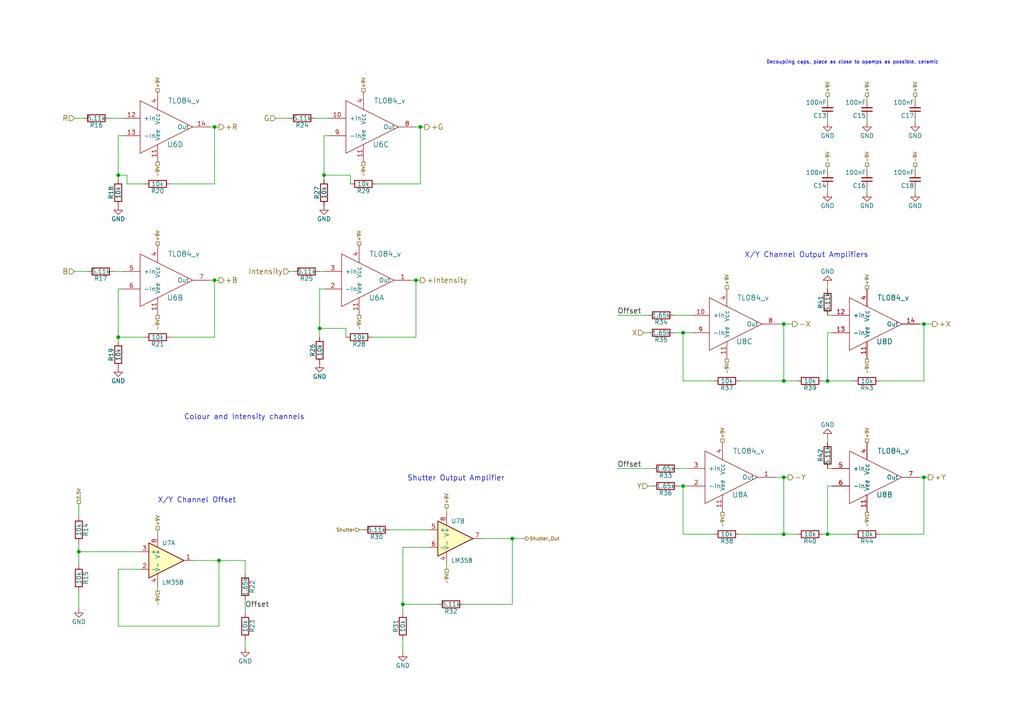
<source format=kicad_sch>
(kicad_sch (version 20231120) (generator "eeschema") (generator_version "8.0")
  (paper "A4")
  (title_block (title "Amplifiers") (rev "A"))
  (lib_symbols
    (symbol "Helios-rescue:C_Small" (pin_numbers hide) (pin_names (offset 0.254) hide)
      (property "Reference" "C" (at 0.254 1.778 0))
      (property "Value" "C_Small" (at 0.254 -2.032 0))
      (symbol "C_Small_0_1"
        (polyline (pts (xy -1.524 -0.508) (xy 1.524 -0.508)) (stroke (width 0.3302)))
        (polyline (pts (xy -1.524 0.508) (xy 1.524 0.508)) (stroke (width 0.3048)))
      )
      (symbol "C_Small_1_1"
        (pin passive line (at 0 2.54 270) (length 2.032) (name "~") (number "1"))
        (pin passive line (at 0 -2.54 90) (length 2.032) (name "~") (number "2"))
      )
    )
    (symbol "Helios-rescue:GND" (power) (pin_names (offset 0))
      (property "Value" "GND" (at 0 -3.81 0))
      (symbol "GND_0_1"
        (polyline (pts (xy 0 0) (xy 0 -1.27) (xy 1.27 -1.27) (xy 0 -2.54) (xy -1.27 -1.27) (xy 0 -1.27)))
      )
      (symbol "GND_1_1"
        (pin power_in line (at 0 0 270) (length 0) hide (name "GND") (number "1"))
      )
    )
    (symbol "Helios-rescue:LM358"
      (property "Reference" "U" (at 0 5.08 0))
      (property "Value" "LM358" (at 0 -5.08 0))
      (symbol "LM358_0_1"
        (polyline (pts (xy -5.08 5.08) (xy 5.08 0) (xy -5.08 -5.08) (xy -5.08 5.08)) (stroke (width 0.254)) (fill (type background)))
        (pin power_in line (at -2.54 -7.62 90) (length 3.81) (name "V-") (number "4"))
        (pin power_in line (at -2.54 7.62 270) (length 3.81) (name "V+") (number "8"))
      )
      (symbol "LM358_1_1"
        (pin output line (at 7.62 0 180) (length 2.54) (name "~") (number "1"))
        (pin input line (at -7.62 -2.54 0) (length 2.54) (name "-") (number "2"))
        (pin input line (at -7.62 2.54 0) (length 2.54) (name "+") (number "3"))
      )
      (symbol "LM358_2_1"
        (pin input line (at -7.62 2.54 0) (length 2.54) (name "+") (number "5"))
        (pin input line (at -7.62 -2.54 0) (length 2.54) (name "-") (number "6"))
        (pin output line (at 7.62 0 180) (length 2.54) (name "~") (number "7"))
      )
    )
    (symbol "Helios-rescue:R" (pin_numbers hide) (pin_names (offset 0))
      (property "Reference" "R" (at 2.032 0 90))
      (property "Value" "R" (at 0 0 90))
      (symbol "R_0_1"
        (rectangle (start -1.016 -2.54) (end 1.016 2.54) (stroke (width 0.254)))
      )
      (symbol "R_1_1"
        (pin passive line (at 0 3.81 270) (length 1.27) (name "~") (number "1"))
        (pin passive line (at 0 -3.81 90) (length 1.27) (name "~") (number "2"))
      )
    )
    (symbol "Personal-library:TL084_v" (pin_names (offset 1.016))
      (property "Reference" "U" (at 6.35 -5.08 0))
      (property "Value" "TL084_v" (at 8.89 7.62 0))
      (symbol "TL084_v_0_1"
        (polyline (pts (xy -3.81 7.62) (xy -3.81 -7.62) (xy 11.43 0) (xy -3.81 7.62)))
        (pin power_in line (at 1.27 -10.16 90) (length 5.08) (name "Vee") (number "11"))
        (pin power_in line (at 1.27 10.16 270) (length 5.08) (name "Vcc") (number "4"))
      )
      (symbol "TL084_v_1_1"
        (pin output line (at 16.51 0 180) (length 5.08) (name "Out") (number "1"))
        (pin input line (at -8.89 -2.54 0) (length 5.08) (name "-In") (number "2"))
        (pin input line (at -8.89 2.54 0) (length 5.08) (name "+In") (number "3"))
      )
      (symbol "TL084_v_2_1"
        (pin input line (at -8.89 2.54 0) (length 5.08) (name "+In") (number "5"))
        (pin input line (at -8.89 -2.54 0) (length 5.08) (name "-In") (number "6"))
        (pin output line (at 16.51 0 180) (length 5.08) (name "Out") (number "7"))
      )
      (symbol "TL084_v_3_1"
        (pin input line (at -8.89 2.54 0) (length 5.08) (name "+In") (number "10"))
        (pin output line (at 16.51 0 180) (length 5.08) (name "Out") (number "8"))
        (pin input line (at -8.89 -2.54 0) (length 5.08) (name "-In") (number "9"))
      )
      (symbol "TL084_v_4_1"
        (pin input line (at -8.89 2.54 0) (length 5.08) (name "+In") (number "12"))
        (pin input line (at -8.89 -2.54 0) (length 5.08) (name "-In") (number "13"))
        (pin output line (at 16.51 0 180) (length 5.08) (name "Out") (number "14"))
      )
    )
  )
  (junction (at 63.5 162.56))
  (junction (at 227.33 110.49))
  (junction (at 34.29 50.8))
  (junction (at 62.23 36.83))
  (junction (at 62.23 81.28))
  (junction (at 227.33 154.94))
  (junction (at 121.92 36.83))
  (junction (at 227.33 138.43))
  (junction (at 93.98 50.8))
  (junction (at 240.03 110.49))
  (junction (at 116.84 175.26))
  (junction (at 120.65 81.28))
  (junction (at 198.12 140.97))
  (junction (at 240.03 154.94))
  (junction (at 267.97 93.98))
  (junction (at 22.86 160.02))
  (junction (at 227.33 93.98))
  (junction (at 267.97 138.43))
  (junction (at 198.12 96.52))
  (junction (at 34.29 97.79))
  (junction (at 148.59 156.21))
  (junction (at 92.71 95.25))
  (wire (pts (xy 265.43 27.94) (xy 265.43 29.21)))
  (wire (pts (xy 227.33 93.98) (xy 226.06 93.98)))
  (wire (pts (xy 41.91 97.79) (xy 34.29 97.79)))
  (wire (pts (xy 129.54 165.1) (xy 129.54 163.83)))
  (wire (pts (xy 93.98 50.8) (xy 93.98 52.07)))
  (wire (pts (xy 195.58 91.44) (xy 200.66 91.44)))
  (wire (pts (xy 21.59 34.29) (xy 24.13 34.29)))
  (wire (pts (xy 240.03 54.61) (xy 240.03 55.88)))
  (wire (pts (xy 116.84 189.23) (xy 116.84 185.42)))
  (wire (pts (xy 49.53 97.79) (xy 62.23 97.79)))
  (wire (pts (xy 116.84 158.75) (xy 116.84 175.26)))
  (wire (pts (xy 198.12 96.52) (xy 198.12 110.49)))
  (wire (pts (xy 240.03 96.52) (xy 240.03 110.49)))
  (wire (pts (xy 240.03 27.94) (xy 240.03 29.21)))
  (wire (pts (xy 93.98 39.37) (xy 93.98 50.8)))
  (wire (pts (xy 92.71 83.82) (xy 93.98 83.82)))
  (wire (pts (xy 265.43 48.26) (xy 265.43 49.53)))
  (wire (pts (xy 22.86 171.45) (xy 22.86 176.53)))
  (wire (pts (xy 240.03 135.89) (xy 241.3 135.89)))
  (wire (pts (xy 83.82 78.74) (xy 85.09 78.74)))
  (wire (pts (xy 240.03 48.26) (xy 240.03 49.53)))
  (wire (pts (xy 63.5 162.56) (xy 63.5 181.61)))
  (wire (pts (xy 34.29 97.79) (xy 34.29 99.06)))
  (wire (pts (xy 187.96 91.44) (xy 179.07 91.44)))
  (wire (pts (xy 214.63 154.94) (xy 227.33 154.94)))
  (wire (pts (xy 214.63 110.49) (xy 227.33 110.49)))
  (wire (pts (xy 120.65 36.83) (xy 121.92 36.83)))
  (wire (pts (xy 62.23 53.34) (xy 62.23 36.83)))
  (wire (pts (xy 31.75 34.29) (xy 35.56 34.29)))
  (wire (pts (xy 267.97 93.98) (xy 270.51 93.98)))
  (wire (pts (xy 139.7 156.21) (xy 148.59 156.21)))
  (wire (pts (xy 240.03 82.55) (xy 240.03 83.82)))
  (wire (pts (xy 60.96 36.83) (xy 62.23 36.83)))
  (wire (pts (xy 101.6 50.8) (xy 93.98 50.8)))
  (wire (pts (xy 198.12 110.49) (xy 207.01 110.49)))
  (wire (pts (xy 121.92 36.83) (xy 121.92 53.34)))
  (wire (pts (xy 120.65 81.28) (xy 121.92 81.28)))
  (wire (pts (xy 227.33 93.98) (xy 227.33 110.49)))
  (wire (pts (xy 255.27 154.94) (xy 267.97 154.94)))
  (wire (pts (xy 100.33 95.25) (xy 92.71 95.25)))
  (wire (pts (xy 265.43 54.61) (xy 265.43 55.88)))
  (wire (pts (xy 240.03 110.49) (xy 247.65 110.49)))
  (wire (pts (xy 62.23 81.28) (xy 63.5 81.28)))
  (wire (pts (xy 60.96 81.28) (xy 62.23 81.28)))
  (wire (pts (xy 196.85 140.97) (xy 198.12 140.97)))
  (wire (pts (xy 240.03 140.97) (xy 240.03 154.94)))
  (wire (pts (xy 224.79 138.43) (xy 227.33 138.43)))
  (wire (pts (xy 92.71 78.74) (xy 93.98 78.74)))
  (wire (pts (xy 189.23 140.97) (xy 187.96 140.97)))
  (wire (pts (xy 238.76 110.49) (xy 240.03 110.49)))
  (wire (pts (xy 148.59 156.21) (xy 152.4 156.21)))
  (wire (pts (xy 121.92 53.34) (xy 109.22 53.34)))
  (wire (pts (xy 241.3 96.52) (xy 240.03 96.52)))
  (wire (pts (xy 240.03 127) (xy 240.03 128.27)))
  (wire (pts (xy 116.84 175.26) (xy 127 175.26)))
  (wire (pts (xy 34.29 50.8) (xy 34.29 52.07)))
  (wire (pts (xy 63.5 162.56) (xy 71.12 162.56)))
  (wire (pts (xy 229.87 93.98) (xy 227.33 93.98)))
  (wire (pts (xy 34.29 39.37) (xy 35.56 39.37)))
  (wire (pts (xy 266.7 93.98) (xy 267.97 93.98)))
  (wire (pts (xy 92.71 95.25) (xy 92.71 97.79)))
  (wire (pts (xy 116.84 175.26) (xy 116.84 177.8)))
  (wire (pts (xy 45.72 171.45) (xy 45.72 170.18)))
  (wire (pts (xy 121.92 36.83) (xy 123.19 36.83)))
  (wire (pts (xy 100.33 97.79) (xy 100.33 95.25)))
  (wire (pts (xy 113.03 153.67) (xy 124.46 153.67)))
  (wire (pts (xy 34.29 83.82) (xy 35.56 83.82)))
  (wire (pts (xy 34.29 39.37) (xy 34.29 50.8)))
  (wire (pts (xy 55.88 162.56) (xy 63.5 162.56)))
  (wire (pts (xy 36.83 53.34) (xy 36.83 50.8)))
  (wire (pts (xy 49.53 53.34) (xy 62.23 53.34)))
  (wire (pts (xy 119.38 81.28) (xy 120.65 81.28)))
  (wire (pts (xy 189.23 135.89) (xy 179.07 135.89)))
  (wire (pts (xy 71.12 187.96) (xy 71.12 185.42)))
  (wire (pts (xy 267.97 154.94) (xy 267.97 138.43)))
  (wire (pts (xy 107.95 97.79) (xy 120.65 97.79)))
  (wire (pts (xy 227.33 138.43) (xy 228.6 138.43)))
  (wire (pts (xy 22.86 157.48) (xy 22.86 160.02)))
  (wire (pts (xy 62.23 97.79) (xy 62.23 81.28)))
  (wire (pts (xy 148.59 156.21) (xy 148.59 175.26)))
  (wire (pts (xy 148.59 175.26) (xy 134.62 175.26)))
  (wire (pts (xy 198.12 140.97) (xy 198.12 154.94)))
  (wire (pts (xy 267.97 110.49) (xy 267.97 93.98)))
  (wire (pts (xy 21.59 78.74) (xy 25.4 78.74)))
  (wire (pts (xy 91.44 34.29) (xy 95.25 34.29)))
  (wire (pts (xy 71.12 162.56) (xy 71.12 166.37)))
  (wire (pts (xy 251.46 48.26) (xy 251.46 49.53)))
  (wire (pts (xy 265.43 34.29) (xy 265.43 35.56)))
  (wire (pts (xy 92.71 83.82) (xy 92.71 95.25)))
  (wire (pts (xy 238.76 154.94) (xy 240.03 154.94)))
  (wire (pts (xy 195.58 96.52) (xy 198.12 96.52)))
  (wire (pts (xy 266.7 138.43) (xy 267.97 138.43)))
  (wire (pts (xy 251.46 54.61) (xy 251.46 55.88)))
  (wire (pts (xy 186.69 96.52) (xy 187.96 96.52)))
  (wire (pts (xy 227.33 110.49) (xy 231.14 110.49)))
  (wire (pts (xy 267.97 138.43) (xy 269.24 138.43)))
  (wire (pts (xy 255.27 110.49) (xy 267.97 110.49)))
  (wire (pts (xy 198.12 154.94) (xy 207.01 154.94)))
  (wire (pts (xy 22.86 160.02) (xy 22.86 163.83)))
  (wire (pts (xy 80.01 34.29) (xy 83.82 34.29)))
  (wire (pts (xy 251.46 34.29) (xy 251.46 35.56)))
  (wire (pts (xy 240.03 154.94) (xy 247.65 154.94)))
  (wire (pts (xy 41.91 53.34) (xy 36.83 53.34)))
  (wire (pts (xy 34.29 83.82) (xy 34.29 97.79)))
  (wire (pts (xy 227.33 154.94) (xy 231.14 154.94)))
  (wire (pts (xy 198.12 140.97) (xy 199.39 140.97)))
  (wire (pts (xy 240.03 91.44) (xy 241.3 91.44)))
  (wire (pts (xy 22.86 146.05) (xy 22.86 149.86)))
  (wire (pts (xy 251.46 27.94) (xy 251.46 29.21)))
  (wire (pts (xy 22.86 160.02) (xy 40.64 160.02)))
  (wire (pts (xy 199.39 135.89) (xy 196.85 135.89)))
  (wire (pts (xy 129.54 148.59) (xy 129.54 147.32)))
  (wire (pts (xy 34.29 165.1) (xy 34.29 181.61)))
  (wire (pts (xy 101.6 53.34) (xy 101.6 50.8)))
  (wire (pts (xy 36.83 50.8) (xy 34.29 50.8)))
  (wire (pts (xy 116.84 158.75) (xy 124.46 158.75)))
  (wire (pts (xy 63.5 181.61) (xy 34.29 181.61)))
  (wire (pts (xy 45.72 153.67) (xy 45.72 154.94)))
  (wire (pts (xy 227.33 138.43) (xy 227.33 154.94)))
  (wire (pts (xy 33.02 78.74) (xy 35.56 78.74)))
  (wire (pts (xy 240.03 140.97) (xy 241.3 140.97)))
  (wire (pts (xy 71.12 177.8) (xy 71.12 173.99)))
  (wire (pts (xy 93.98 39.37) (xy 95.25 39.37)))
  (wire (pts (xy 34.29 165.1) (xy 40.64 165.1)))
  (wire (pts (xy 120.65 97.79) (xy 120.65 81.28)))
  (wire (pts (xy 198.12 96.52) (xy 200.66 96.52)))
  (wire (pts (xy 105.41 153.67) (xy 104.14 153.67)))
  (wire (pts (xy 240.03 34.29) (xy 240.03 35.56)))
  (wire (pts (xy 62.23 36.83) (xy 63.5 36.83)))
  (text "Colour and Intensity channels\n" (at 53.34 121.92 0) (effects (font (size 1.524 1.524)) (justify left bottom)))
  (text "Shutter Output Amplifier\n" (at 118.11 139.7 0) (effects (font (size 1.524 1.524)) (justify left bottom)))
  (text "X/Y Channel Output Amplifiers\n" (at 215.9 74.93 0) (effects (font (size 1.524 1.524)) (justify left bottom)))
  (text "X/Y Channel Offset \n" (at 45.72 146.05 0) (effects (font (size 1.524 1.524)) (justify left bottom)))
  (text "Decoupling caps, place as close to opamps as possible. ceramic\n\n" (at 222.25 20.32 0) (effects (font (size 0.9906 0.9906)) (justify left bottom)))
  (label "Offset" (at 71.12 176.53 0) (effects (font (size 1.524 1.524))))
  (label "Offset" (at 179.07 135.89 0) (effects (font (size 1.524 1.524))))
  (label "Offset" (at 179.07 91.44 0) (effects (font (size 1.524 1.524))))
  (hierarchical_label "+9V" (shape passive) (at 45.72 71.12 90) (effects (font (size 0.9906 0.9906))))
  (hierarchical_label "+Y" (shape output) (at 269.24 138.43 0) (effects (font (size 1.5494 1.5494))))
  (hierarchical_label "+B" (shape output) (at 63.5 81.28 0) (effects (font (size 1.5494 1.5494))))
  (hierarchical_label "-9V" (shape passive) (at 240.03 48.26 90) (effects (font (size 0.9906 0.9906))))
  (hierarchical_label "Intensity" (shape input) (at 83.82 78.74 180) (effects (font (size 1.5494 1.5494))))
  (hierarchical_label "Y" (shape input) (at 187.96 140.97 180) (effects (font (size 1.5494 1.5494))))
  (hierarchical_label "-9V" (shape passive) (at 251.46 104.14 270) (effects (font (size 0.9906 0.9906))))
  (hierarchical_label "B" (shape input) (at 21.59 78.74 180) (effects (font (size 1.5494 1.5494))))
  (hierarchical_label "Shutter_Out" (shape output) (at 152.4 156.21 0) (effects (font (size 0.9906 0.9906))))
  (hierarchical_label "+9V" (shape passive) (at 129.54 147.32 90) (effects (font (size 0.9906 0.9906))))
  (hierarchical_label "-9V" (shape passive) (at 105.41 46.99 270) (effects (font (size 0.9906 0.9906))))
  (hierarchical_label "+9V" (shape passive) (at 45.72 153.67 90) (effects (font (size 0.9906 0.9906))))
  (hierarchical_label "-9V" (shape passive) (at 210.82 104.14 270) (effects (font (size 0.9906 0.9906))))
  (hierarchical_label "-9V" (shape passive) (at 265.43 48.26 90) (effects (font (size 0.9906 0.9906))))
  (hierarchical_label "-9V" (shape passive) (at 45.72 171.45 270) (effects (font (size 0.9906 0.9906))))
  (hierarchical_label "+Intensity" (shape output) (at 121.92 81.28 0) (effects (font (size 1.5494 1.5494))))
  (hierarchical_label "+9V" (shape passive) (at 251.46 128.27 90) (effects (font (size 0.9906 0.9906))))
  (hierarchical_label "+9V" (shape passive) (at 240.03 27.94 90) (effects (font (size 0.9906 0.9906))))
  (hierarchical_label "+9V" (shape passive) (at 45.72 26.67 90) (effects (font (size 0.9906 0.9906))))
  (hierarchical_label "-9V" (shape passive) (at 104.14 91.44 270) (effects (font (size 0.9906 0.9906))))
  (hierarchical_label "-9V" (shape passive) (at 251.46 48.26 90) (effects (font (size 0.9906 0.9906))))
  (hierarchical_label "R" (shape input) (at 21.59 34.29 180) (effects (font (size 1.5494 1.5494))))
  (hierarchical_label "-9V" (shape passive) (at 129.54 165.1 270) (effects (font (size 0.9906 0.9906))))
  (hierarchical_label "-9V" (shape passive) (at 45.72 46.99 270) (effects (font (size 0.9906 0.9906))))
  (hierarchical_label "G" (shape input) (at 80.01 34.29 180) (effects (font (size 1.5494 1.5494))))
  (hierarchical_label "2.5V" (shape passive) (at 22.86 146.05 90) (effects (font (size 0.9906 0.9906))))
  (hierarchical_label "-9V" (shape passive) (at 209.55 148.59 270) (effects (font (size 0.9906 0.9906))))
  (hierarchical_label "+X" (shape output) (at 270.51 93.98 0) (effects (font (size 1.5494 1.5494))))
  (hierarchical_label "-Y" (shape output) (at 228.6 138.43 0) (effects (font (size 1.5494 1.5494))))
  (hierarchical_label "+9V" (shape passive) (at 251.46 27.94 90) (effects (font (size 0.9906 0.9906))))
  (hierarchical_label "+9V" (shape passive) (at 209.55 128.27 90) (effects (font (size 0.9906 0.9906))))
  (hierarchical_label "-X" (shape output) (at 229.87 93.98 0) (effects (font (size 1.5494 1.5494))))
  (hierarchical_label "+9V" (shape passive) (at 265.43 27.94 90) (effects (font (size 0.9906 0.9906))))
  (hierarchical_label "+R" (shape output) (at 63.5 36.83 0) (effects (font (size 1.5494 1.5494))))
  (hierarchical_label "-9V" (shape passive) (at 251.46 148.59 270) (effects (font (size 0.9906 0.9906))))
  (hierarchical_label "+9V" (shape passive) (at 104.14 71.12 90) (effects (font (size 0.9906 0.9906))))
  (hierarchical_label "-9V" (shape passive) (at 45.72 91.44 270) (effects (font (size 0.9906 0.9906))))
  (hierarchical_label "Shutter" (shape input) (at 104.14 153.67 180) (effects (font (size 0.9906 0.9906))))
  (hierarchical_label "+9V" (shape passive) (at 105.41 26.67 90) (effects (font (size 0.9906 0.9906))))
  (hierarchical_label "+G" (shape output) (at 123.19 36.83 0) (effects (font (size 1.5494 1.5494))))
  (hierarchical_label "+9V" (shape passive) (at 210.82 83.82 90) (effects (font (size 0.9906 0.9906))))
  (hierarchical_label "+9V" (shape passive) (at 251.46 83.82 90) (effects (font (size 0.9906 0.9906))))
  (hierarchical_label "X" (shape input) (at 186.69 96.52 180) (effects (font (size 1.5494 1.5494))))
  (symbol (lib_id "Helios-rescue:R") (at 22.86 153.67 0) (unit 1)
    (property "Reference" "R14" (at 24.892 153.67 90))
    (property "Value" "10k" (at 22.86 153.67 90))
    (property "Footprint" "Resistors_SMD:R_0603" (effects (hide yes)))
  )
  (symbol (lib_id "Helios-rescue:R") (at 22.86 167.64 0) (unit 1)
    (property "Reference" "R15" (at 24.892 167.64 90))
    (property "Value" "10k" (at 22.86 167.64 90))
    (property "Footprint" "Resistors_SMD:R_0603" (effects (hide yes)))
  )
  (symbol (lib_id "Helios-rescue:GND") (at 22.86 176.53 0) (unit 1)
    (property "Reference" "#PWR018" (effects (hide yes)))
    (property "Value" "GND" (at 22.86 180.34 0))
  )
  (symbol (lib_id "Helios-rescue:R") (at 130.81 175.26 270) (unit 1)
    (property "Reference" "R32" (at 130.81 177.292 90))
    (property "Value" "5.11k" (at 130.81 175.26 90))
    (property "Footprint" "Resistors_SMD:R_0603" (effects (hide yes)))
  )
  (symbol (lib_id "Helios-rescue:R") (at 116.84 181.61 180) (unit 1)
    (property "Reference" "R31" (at 114.808 181.61 90))
    (property "Value" "10k" (at 116.84 181.61 90))
    (property "Footprint" "Resistors_SMD:R_0603" (effects (hide yes)))
  )
  (symbol (lib_id "Helios-rescue:GND") (at 116.84 189.23 0) (unit 1)
    (property "Reference" "#PWR019" (effects (hide yes)))
    (property "Value" "GND" (at 116.84 193.04 0))
  )
  (symbol (lib_id "Personal-library:TL084_v") (at 208.28 138.43 0) (unit 1)
    (property "Reference" "U8" (at 214.63 143.51 0) (effects (font (size 1.524 1.524))))
    (property "Value" "TL084_v" (at 217.17 130.81 0) (effects (font (size 1.524 1.524))))
    (property "Footprint" "personal:TSSOP-14_4.4x5mm_Pitch0.65mm" (effects (hide yes)))
  )
  (symbol (lib_id "Personal-library:TL084_v") (at 250.19 138.43 0) (unit 2)
    (property "Reference" "U8" (at 256.54 143.51 0) (effects (font (size 1.524 1.524))))
    (property "Value" "TL084_v" (at 259.08 130.81 0) (effects (font (size 1.524 1.524))))
    (property "Footprint" "personal:TSSOP-14_4.4x5mm_Pitch0.65mm" (effects (hide yes)))
  )
  (symbol (lib_id "Personal-library:TL084_v") (at 250.19 93.98 0) (unit 4)
    (property "Reference" "U8" (at 256.54 99.06 0) (effects (font (size 1.524 1.524))))
    (property "Value" "TL084_v" (at 259.08 86.36 0) (effects (font (size 1.524 1.524))))
    (property "Footprint" "personal:TSSOP-14_4.4x5mm_Pitch0.65mm" (effects (hide yes)))
  )
  (symbol (lib_id "Personal-library:TL084_v") (at 209.55 93.98 0) (unit 3)
    (property "Reference" "U8" (at 215.9 99.06 0) (effects (font (size 1.524 1.524))))
    (property "Value" "TL084_v" (at 218.44 86.36 0) (effects (font (size 1.524 1.524))))
    (property "Footprint" "personal:TSSOP-14_4.4x5mm_Pitch0.65mm" (effects (hide yes)))
  )
  (symbol (lib_id "Helios-rescue:R") (at 71.12 170.18 0) (unit 1)
    (property "Reference" "R22" (at 73.152 170.18 90))
    (property "Value" "1.65k" (at 71.12 170.18 90))
    (property "Footprint" "Resistors_SMD:R_0603" (effects (hide yes)))
  )
  (symbol (lib_id "Helios-rescue:R") (at 71.12 181.61 0) (unit 1)
    (property "Reference" "R23" (at 73.152 181.61 90))
    (property "Value" "10k" (at 71.12 181.61 90))
    (property "Footprint" "Resistors_SMD:R_0603" (effects (hide yes)))
  )
  (symbol (lib_id "Helios-rescue:GND") (at 71.12 187.96 0) (unit 1)
    (property "Reference" "#PWR020" (effects (hide yes)))
    (property "Value" "GND" (at 71.12 191.77 0))
  )
  (symbol (lib_id "Helios-rescue:R") (at 191.77 96.52 270) (unit 1)
    (property "Reference" "R35" (at 191.77 98.552 90))
    (property "Value" "1.65k" (at 191.77 96.52 90))
    (property "Footprint" "Resistors_SMD:R_0603" (effects (hide yes)))
  )
  (symbol (lib_id "Helios-rescue:R") (at 210.82 110.49 270) (unit 1)
    (property "Reference" "R37" (at 210.82 112.522 90))
    (property "Value" "10k" (at 210.82 110.49 90))
    (property "Footprint" "Resistors_SMD:R_0603" (effects (hide yes)))
  )
  (symbol (lib_id "Helios-rescue:R") (at 234.95 110.49 270) (unit 1)
    (property "Reference" "R39" (at 234.95 112.522 90))
    (property "Value" "10k" (at 234.95 110.49 90))
    (property "Footprint" "Resistors_SMD:R_0603" (effects (hide yes)))
  )
  (symbol (lib_id "Helios-rescue:R") (at 251.46 110.49 270) (unit 1)
    (property "Reference" "R43" (at 251.46 112.522 90))
    (property "Value" "10k" (at 251.46 110.49 90))
    (property "Footprint" "Resistors_SMD:R_0603" (effects (hide yes)))
  )
  (symbol (lib_id "Helios-rescue:R") (at 210.82 154.94 270) (unit 1)
    (property "Reference" "R38" (at 210.82 156.972 90))
    (property "Value" "10k" (at 210.82 154.94 90))
    (property "Footprint" "Resistors_SMD:R_0603" (effects (hide yes)))
  )
  (symbol (lib_id "Helios-rescue:R") (at 234.95 154.94 270) (unit 1)
    (property "Reference" "R40" (at 234.95 156.972 90))
    (property "Value" "10k" (at 234.95 154.94 90))
    (property "Footprint" "Resistors_SMD:R_0603" (effects (hide yes)))
  )
  (symbol (lib_id "Helios-rescue:R") (at 251.46 154.94 270) (unit 1)
    (property "Reference" "R44" (at 251.46 156.972 90))
    (property "Value" "10k" (at 251.46 154.94 90))
    (property "Footprint" "Resistors_SMD:R_0603" (effects (hide yes)))
  )
  (symbol (lib_id "Helios-rescue:R") (at 193.04 140.97 270) (unit 1)
    (property "Reference" "R36" (at 193.04 143.002 90))
    (property "Value" "1.65k" (at 193.04 140.97 90))
    (property "Footprint" "Resistors_SMD:R_0603" (effects (hide yes)))
  )
  (symbol (lib_id "Helios-rescue:GND") (at 240.03 127 180) (unit 1)
    (property "Reference" "#PWR021" (effects (hide yes)))
    (property "Value" "GND" (at 240.03 123.19 0))
  )
  (symbol (lib_id "Helios-rescue:GND") (at 34.29 59.69 0) (unit 1)
    (property "Reference" "#PWR022" (effects (hide yes)))
    (property "Value" "GND" (at 34.29 63.5 0))
  )
  (symbol (lib_id "Helios-rescue:GND") (at 93.98 59.69 0) (unit 1)
    (property "Reference" "#PWR032" (effects (hide yes)))
    (property "Value" "GND" (at 93.98 63.5 0))
  )
  (symbol (lib_id "Helios-rescue:GND") (at 34.29 106.68 0) (unit 1)
    (property "Reference" "#PWR023" (effects (hide yes)))
    (property "Value" "GND" (at 34.29 110.49 0))
  )
  (symbol (lib_id "Helios-rescue:GND") (at 92.71 105.41 0) (unit 1)
    (property "Reference" "#PWR024" (effects (hide yes)))
    (property "Value" "GND" (at 92.71 109.22 0))
  )
  (symbol (lib_id "Helios-rescue:C_Small") (at 240.03 31.75 180) (unit 1)
    (property "Reference" "C13" (at 239.776 33.528 0) (effects (justify left)))
    (property "Value" "100nF" (at 239.776 29.718 0) (effects (justify left)))
    (property "Footprint" "Capacitors_SMD:C_0402" (effects (hide yes)))
  )
  (symbol (lib_id "Helios-rescue:GND") (at 240.03 35.56 0) (unit 1)
    (property "Reference" "#PWR025" (effects (hide yes)))
    (property "Value" "GND" (at 240.03 39.37 0))
  )
  (symbol (lib_id "Helios-rescue:GND") (at 251.46 35.56 0) (unit 1)
    (property "Reference" "#PWR026" (effects (hide yes)))
    (property "Value" "GND" (at 251.46 39.37 0))
  )
  (symbol (lib_id "Helios-rescue:GND") (at 265.43 35.56 0) (unit 1)
    (property "Reference" "#PWR027" (effects (hide yes)))
    (property "Value" "GND" (at 265.43 39.37 0))
  )
  (symbol (lib_id "Helios-rescue:GND") (at 240.03 55.88 0) (unit 1)
    (property "Reference" "#PWR028" (effects (hide yes)))
    (property "Value" "GND" (at 240.03 59.69 0))
  )
  (symbol (lib_id "Helios-rescue:GND") (at 251.46 55.88 0) (unit 1)
    (property "Reference" "#PWR029" (effects (hide yes)))
    (property "Value" "GND" (at 251.46 59.69 0))
  )
  (symbol (lib_id "Helios-rescue:GND") (at 265.43 55.88 0) (unit 1)
    (property "Reference" "#PWR030" (effects (hide yes)))
    (property "Value" "GND" (at 265.43 59.69 0))
  )
  (symbol (lib_id "Personal-library:TL084_v") (at 44.45 36.83 0) (unit 4)
    (property "Reference" "U6" (at 50.8 41.91 0) (effects (font (size 1.524 1.524))))
    (property "Value" "TL084_v" (at 53.34 29.21 0) (effects (font (size 1.524 1.524))))
    (property "Footprint" "personal:TSSOP-14_4.4x5mm_Pitch0.65mm" (effects (hide yes)))
  )
  (symbol (lib_id "Personal-library:TL084_v") (at 104.14 36.83 0) (unit 3)
    (property "Reference" "U6" (at 110.49 41.91 0) (effects (font (size 1.524 1.524))))
    (property "Value" "TL084_v" (at 113.03 29.21 0) (effects (font (size 1.524 1.524))))
    (property "Footprint" "personal:TSSOP-14_4.4x5mm_Pitch0.65mm" (effects (hide yes)))
  )
  (symbol (lib_id "Personal-library:TL084_v") (at 44.45 81.28 0) (unit 2)
    (property "Reference" "U6" (at 50.8 86.36 0) (effects (font (size 1.524 1.524))))
    (property "Value" "TL084_v" (at 53.34 73.66 0) (effects (font (size 1.524 1.524))))
    (property "Footprint" "personal:TSSOP-14_4.4x5mm_Pitch0.65mm" (effects (hide yes)))
  )
  (symbol (lib_id "Personal-library:TL084_v") (at 102.87 81.28 0) (unit 1)
    (property "Reference" "U6" (at 109.22 86.36 0) (effects (font (size 1.524 1.524))))
    (property "Value" "TL084_v" (at 111.76 73.66 0) (effects (font (size 1.524 1.524))))
    (property "Footprint" "personal:TSSOP-14_4.4x5mm_Pitch0.65mm" (effects (hide yes)))
  )
  (symbol (lib_id "Helios-rescue:LM358") (at 48.26 162.56 0) (unit 1)
    (property "Reference" "U7" (at 46.99 157.48 0) (effects (justify left)))
    (property "Value" "LM358" (at 46.99 168.91 0) (effects (justify left)))
    (property "Footprint" "personal:SOIC-8_3.9x4.9mm_Pitch1.27mm" (effects (hide yes)))
  )
  (symbol (lib_id "Helios-rescue:LM358") (at 132.08 156.21 0) (unit 2)
    (property "Reference" "U7" (at 130.81 151.13 0) (effects (justify left)))
    (property "Value" "LM358" (at 130.81 162.56 0) (effects (justify left)))
    (property "Footprint" "personal:SOIC-8_3.9x4.9mm_Pitch1.27mm" (effects (hide yes)))
  )
  (symbol (lib_id "Helios-rescue:C_Small") (at 251.46 31.75 180) (unit 1)
    (property "Reference" "C15" (at 251.206 33.528 0) (effects (justify left)))
    (property "Value" "100nF" (at 251.206 29.718 0) (effects (justify left)))
    (property "Footprint" "Capacitors_SMD:C_0402" (effects (hide yes)))
  )
  (symbol (lib_id "Helios-rescue:C_Small") (at 265.43 31.75 180) (unit 1)
    (property "Reference" "C17" (at 265.176 33.528 0) (effects (justify left)))
    (property "Value" "100nF" (at 265.176 29.718 0) (effects (justify left)))
    (property "Footprint" "Capacitors_SMD:C_0402" (effects (hide yes)))
  )
  (symbol (lib_id "Helios-rescue:C_Small") (at 265.43 52.07 180) (unit 1)
    (property "Reference" "C18" (at 265.176 53.848 0) (effects (justify left)))
    (property "Value" "100nF" (at 265.176 50.038 0) (effects (justify left)))
    (property "Footprint" "Capacitors_SMD:C_0402" (effects (hide yes)))
  )
  (symbol (lib_id "Helios-rescue:C_Small") (at 251.46 52.07 180) (unit 1)
    (property "Reference" "C16" (at 251.206 53.848 0) (effects (justify left)))
    (property "Value" "100nF" (at 251.206 50.038 0) (effects (justify left)))
    (property "Footprint" "Capacitors_SMD:C_0402" (effects (hide yes)))
  )
  (symbol (lib_id "Helios-rescue:C_Small") (at 240.03 52.07 180) (unit 1)
    (property "Reference" "C14" (at 239.776 53.848 0) (effects (justify left)))
    (property "Value" "100nF" (at 239.776 50.038 0) (effects (justify left)))
    (property "Footprint" "Capacitors_SMD:C_0402" (effects (hide yes)))
  )
  (symbol (lib_id "Helios-rescue:R") (at 34.29 55.88 0) (mirror y) (unit 1)
    (property "Reference" "R18" (at 32.258 55.88 90))
    (property "Value" "10k" (at 34.29 55.88 90))
    (property "Footprint" "Resistors_SMD:R_0603" (effects (hide yes)))
  )
  (symbol (lib_id "Helios-rescue:R") (at 45.72 53.34 270) (unit 1)
    (property "Reference" "R20" (at 45.72 55.372 90))
    (property "Value" "10k" (at 45.72 53.34 90))
    (property "Footprint" "Resistors_SMD:R_0603" (effects (hide yes)))
  )
  (symbol (lib_id "Helios-rescue:R") (at 88.9 78.74 270) (unit 1)
    (property "Reference" "R25" (at 88.9 80.772 90))
    (property "Value" "5.11k" (at 88.9 78.74 90))
    (property "Footprint" "Resistors_SMD:R_0603" (effects (hide yes)))
  )
  (symbol (lib_id "Helios-rescue:R") (at 87.63 34.29 270) (unit 1)
    (property "Reference" "R24" (at 87.63 36.322 90))
    (property "Value" "5.11k" (at 87.63 34.29 90))
    (property "Footprint" "Resistors_SMD:R_0603" (effects (hide yes)))
  )
  (symbol (lib_id "Helios-rescue:R") (at 27.94 34.29 270) (unit 1)
    (property "Reference" "R16" (at 27.94 36.322 90))
    (property "Value" "5.11k" (at 27.94 34.29 90))
    (property "Footprint" "Resistors_SMD:R_0603" (effects (hide yes)))
  )
  (symbol (lib_id "Helios-rescue:R") (at 29.21 78.74 270) (unit 1)
    (property "Reference" "R17" (at 29.21 80.772 90))
    (property "Value" "5.11k" (at 29.21 78.74 90))
    (property "Footprint" "Resistors_SMD:R_0603" (effects (hide yes)))
  )
  (symbol (lib_id "Helios-rescue:R") (at 240.03 132.08 180) (unit 1)
    (property "Reference" "R42" (at 237.998 132.08 90))
    (property "Value" "5.11k" (at 240.03 132.08 90))
    (property "Footprint" "Resistors_SMD:R_0603" (effects (hide yes)))
  )
  (symbol (lib_id "Helios-rescue:R") (at 240.03 87.63 180) (unit 1)
    (property "Reference" "R41" (at 237.998 87.63 90))
    (property "Value" "5.11k" (at 240.03 87.63 90))
    (property "Footprint" "Resistors_SMD:R_0603" (effects (hide yes)))
  )
  (symbol (lib_id "Helios-rescue:GND") (at 240.03 82.55 180) (unit 1)
    (property "Reference" "#PWR031" (effects (hide yes)))
    (property "Value" "GND" (at 240.03 78.74 0))
  )
  (symbol (lib_id "Helios-rescue:R") (at 109.22 153.67 270) (unit 1)
    (property "Reference" "R30" (at 109.22 155.702 90))
    (property "Value" "5.11k" (at 109.22 153.67 90))
    (property "Footprint" "Resistors_SMD:R_0603" (effects (hide yes)))
  )
  (symbol (lib_id "Helios-rescue:R") (at 93.98 55.88 0) (mirror y) (unit 1)
    (property "Reference" "R27" (at 91.948 55.88 90))
    (property "Value" "10k" (at 93.98 55.88 90))
    (property "Footprint" "Resistors_SMD:R_0603" (effects (hide yes)))
  )
  (symbol (lib_id "Helios-rescue:R") (at 92.71 101.6 0) (mirror y) (unit 1)
    (property "Reference" "R26" (at 90.678 101.6 90))
    (property "Value" "10k" (at 92.71 101.6 90))
    (property "Footprint" "Resistors_SMD:R_0603" (effects (hide yes)))
  )
  (symbol (lib_id "Helios-rescue:R") (at 34.29 102.87 0) (mirror y) (unit 1)
    (property "Reference" "R19" (at 32.258 102.87 90))
    (property "Value" "10k" (at 34.29 102.87 90))
    (property "Footprint" "Resistors_SMD:R_0603" (effects (hide yes)))
  )
  (symbol (lib_id "Helios-rescue:R") (at 45.72 97.79 270) (unit 1)
    (property "Reference" "R21" (at 45.72 99.822 90))
    (property "Value" "10k" (at 45.72 97.79 90))
    (property "Footprint" "Resistors_SMD:R_0603" (effects (hide yes)))
  )
  (symbol (lib_id "Helios-rescue:R") (at 104.14 97.79 270) (unit 1)
    (property "Reference" "R28" (at 104.14 99.822 90))
    (property "Value" "10k" (at 104.14 97.79 90))
    (property "Footprint" "Resistors_SMD:R_0603" (effects (hide yes)))
  )
  (symbol (lib_id "Helios-rescue:R") (at 105.41 53.34 270) (unit 1)
    (property "Reference" "R29" (at 105.41 55.372 90))
    (property "Value" "10k" (at 105.41 53.34 90))
    (property "Footprint" "Resistors_SMD:R_0603" (effects (hide yes)))
  )
  (symbol (lib_id "Helios-rescue:R") (at 191.77 91.44 270) (unit 1)
    (property "Reference" "R34" (at 191.77 93.472 90))
    (property "Value" "1.65k" (at 191.77 91.44 90))
    (property "Footprint" "Resistors_SMD:R_0603" (effects (hide yes)))
  )
  (symbol (lib_id "Helios-rescue:R") (at 193.04 135.89 270) (unit 1)
    (property "Reference" "R33" (at 193.04 137.922 90))
    (property "Value" "1.65k" (at 193.04 135.89 90))
    (property "Footprint" "Resistors_SMD:R_0603" (effects (hide yes)))
  )
)
</source>
